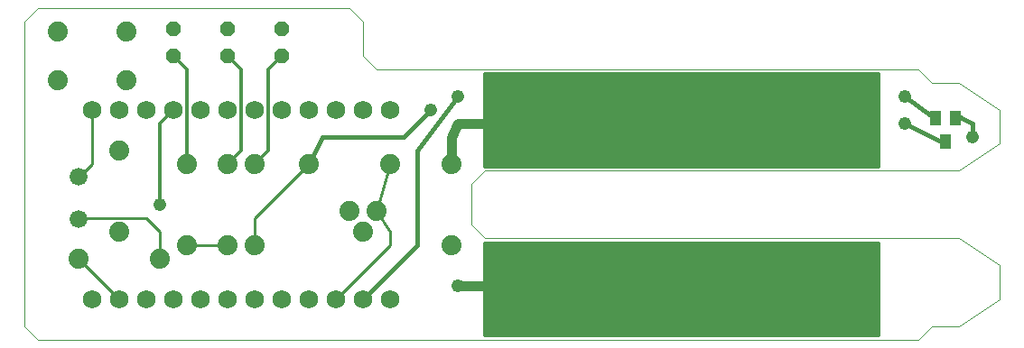
<source format=gtl>
G75*
G70*
%OFA0B0*%
%FSLAX24Y24*%
%IPPOS*%
%LPD*%
%AMOC8*
5,1,8,0,0,1.08239X$1,22.5*
%
%ADD10C,0.0000*%
%ADD11C,0.0690*%
%ADD12C,0.0740*%
%ADD13C,0.0660*%
%ADD14OC8,0.0560*%
%ADD15R,0.0394X0.0551*%
%ADD16C,0.0100*%
%ADD17C,0.0160*%
%ADD18C,0.0476*%
%ADD19C,0.0120*%
%ADD20C,0.0360*%
D10*
X000600Y000180D02*
X000100Y000680D01*
X000100Y011930D01*
X000600Y012430D01*
X012100Y012430D01*
X012600Y011930D01*
X012600Y010680D01*
X013100Y010180D01*
X033100Y010180D01*
X033600Y009680D01*
X034600Y009680D01*
X036100Y008680D01*
X036100Y007430D01*
X034600Y006430D01*
X017100Y006430D01*
X016600Y005930D01*
X016600Y004430D01*
X017100Y003930D01*
X034600Y003930D01*
X036100Y002930D01*
X036100Y001680D01*
X034600Y000680D01*
X033600Y000680D01*
X033100Y000180D01*
X000600Y000180D01*
D11*
X002600Y001680D03*
X003600Y001680D03*
X004600Y001680D03*
X005600Y001680D03*
X006600Y001680D03*
X007600Y001680D03*
X008600Y001680D03*
X009600Y001680D03*
X010600Y001680D03*
X011600Y001680D03*
X012600Y001680D03*
X013600Y001680D03*
X013600Y008680D03*
X012600Y008680D03*
X011600Y008680D03*
X010600Y008680D03*
X009600Y008680D03*
X008600Y008680D03*
X007600Y008680D03*
X006600Y008680D03*
X005600Y008680D03*
X004600Y008680D03*
X003600Y008680D03*
X002600Y008680D03*
D12*
X001320Y009790D03*
X003880Y009790D03*
X003880Y011570D03*
X001320Y011570D03*
X003600Y007180D03*
X006100Y006680D03*
X007600Y006680D03*
X008600Y006680D03*
X010600Y006680D03*
X013600Y006680D03*
X015850Y006680D03*
X013100Y004930D03*
X012100Y004930D03*
X012600Y004180D03*
X015850Y003680D03*
X008600Y003680D03*
X007600Y003680D03*
X006100Y003680D03*
X005100Y003180D03*
X003600Y004180D03*
X002100Y003180D03*
D13*
X002100Y004643D03*
X002100Y006217D03*
D14*
X005600Y010680D03*
X007600Y010680D03*
X009600Y010680D03*
X009600Y011680D03*
X007600Y011680D03*
X005600Y011680D03*
D15*
X033726Y008363D03*
X034474Y008363D03*
X034100Y007497D03*
D16*
X034017Y007497D01*
X034000Y007480D01*
X033726Y008363D02*
X033667Y008363D01*
X033600Y008430D01*
X034474Y008363D02*
X034683Y008363D01*
X034700Y008380D01*
X013600Y006680D02*
X013100Y004930D01*
X013600Y004180D01*
X013600Y003680D01*
X011600Y001680D01*
X008600Y003680D02*
X008600Y004680D01*
X010600Y006680D01*
X005100Y004180D02*
X004600Y004680D01*
X002100Y004680D01*
X002100Y004643D01*
X005100Y004180D02*
X005100Y003180D01*
X006100Y003680D02*
X007600Y003680D01*
X003600Y001680D02*
X002100Y003180D01*
X002100Y006180D02*
X002100Y006217D01*
X002100Y006180D02*
X002600Y006680D01*
X002600Y008680D01*
D17*
X010600Y006680D02*
X011100Y007680D01*
X014100Y007680D01*
X015100Y008680D01*
X016100Y009180D02*
X014600Y007180D01*
X014600Y003680D01*
X012600Y001680D01*
X017100Y001615D02*
X031600Y001615D01*
X031600Y001457D02*
X017100Y001457D01*
X017100Y001298D02*
X031600Y001298D01*
X031600Y001140D02*
X017100Y001140D01*
X017100Y000981D02*
X031600Y000981D01*
X031600Y000823D02*
X017100Y000823D01*
X017100Y000664D02*
X031600Y000664D01*
X031600Y000506D02*
X017100Y000506D01*
X017100Y000360D02*
X017100Y003750D01*
X031600Y003750D01*
X031600Y000360D01*
X017100Y000360D01*
X017100Y001774D02*
X031600Y001774D01*
X031600Y001932D02*
X017100Y001932D01*
X017100Y002091D02*
X031600Y002091D01*
X031600Y002249D02*
X017100Y002249D01*
X017100Y002408D02*
X031600Y002408D01*
X031600Y002566D02*
X017100Y002566D01*
X017100Y002725D02*
X031600Y002725D01*
X031600Y002883D02*
X017100Y002883D01*
X017100Y003042D02*
X031600Y003042D01*
X031600Y003200D02*
X017100Y003200D01*
X017100Y003359D02*
X031600Y003359D01*
X031600Y003517D02*
X017100Y003517D01*
X017100Y003676D02*
X031600Y003676D01*
X031600Y006610D02*
X031600Y010000D01*
X017100Y010000D01*
X017100Y006610D01*
X031600Y006610D01*
X031600Y006687D02*
X017100Y006687D01*
X017100Y006846D02*
X031600Y006846D01*
X031600Y007004D02*
X017100Y007004D01*
X017100Y007163D02*
X031600Y007163D01*
X031600Y007321D02*
X017100Y007321D01*
X017100Y007480D02*
X031600Y007480D01*
X031600Y007638D02*
X017100Y007638D01*
X017100Y007797D02*
X031600Y007797D01*
X031600Y007955D02*
X017100Y007955D01*
X017100Y008114D02*
X031600Y008114D01*
X031600Y008272D02*
X017100Y008272D01*
X017100Y008431D02*
X031600Y008431D01*
X031600Y008589D02*
X017100Y008589D01*
X017100Y008748D02*
X031600Y008748D01*
X031600Y008906D02*
X017100Y008906D01*
X017100Y009065D02*
X031600Y009065D01*
X031600Y009223D02*
X017100Y009223D01*
X017100Y009382D02*
X031600Y009382D01*
X031600Y009540D02*
X017100Y009540D01*
X017100Y009699D02*
X031600Y009699D01*
X031600Y009857D02*
X017100Y009857D01*
X032600Y009180D02*
X033600Y008430D01*
X032600Y008180D02*
X034000Y007480D01*
X034100Y007430D01*
X035100Y007680D02*
X035100Y008180D01*
X034700Y008380D01*
X034600Y008430D01*
D18*
X032600Y008180D03*
X031100Y008180D03*
X031100Y007180D03*
X028100Y007180D03*
X028100Y008180D03*
X028100Y009180D03*
X031100Y009180D03*
X032600Y009180D03*
X035100Y007680D03*
X024600Y007180D03*
X024600Y008180D03*
X024600Y009180D03*
X021100Y009180D03*
X021100Y008180D03*
X021100Y007180D03*
X017600Y007180D03*
X017600Y008180D03*
X015100Y008680D03*
X016100Y009180D03*
X017600Y009180D03*
X005100Y005180D03*
X016100Y002180D03*
X017600Y002180D03*
X017600Y001180D03*
X021100Y001180D03*
X021100Y002180D03*
X021100Y003180D03*
X024600Y003180D03*
X024600Y002180D03*
X024600Y001180D03*
X028100Y001180D03*
X028100Y002180D03*
X028100Y003180D03*
X031100Y003180D03*
X031100Y002180D03*
X031100Y001180D03*
X017600Y003180D03*
D19*
X009100Y007180D02*
X008600Y006680D01*
X008100Y007180D02*
X007600Y006680D01*
X008100Y007180D02*
X008100Y010180D01*
X007600Y010680D01*
X006100Y010180D02*
X006100Y006680D01*
X009100Y007180D02*
X009100Y010180D01*
X009600Y010680D01*
X006100Y010180D02*
X005600Y010680D01*
X005600Y008680D02*
X005100Y008180D01*
X005100Y005180D01*
D20*
X015850Y006680D02*
X015850Y007680D01*
X016100Y008180D01*
X017100Y008180D01*
X017100Y002180D02*
X016100Y002180D01*
M02*

</source>
